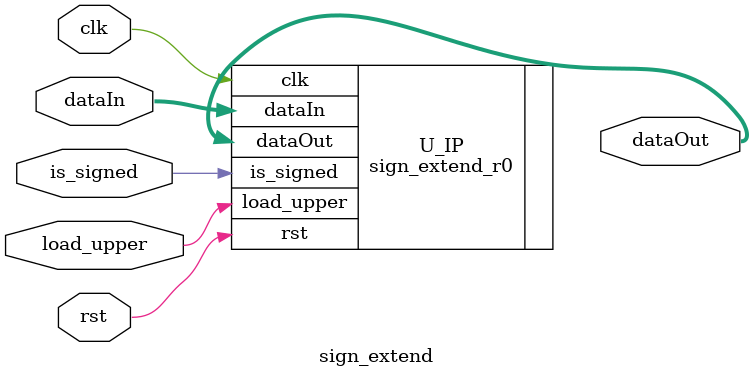
<source format=v>
/*
DESCRIPTION

NOTES

TODO

*/

module sign_extend #(
	parameter BIT_WIDTH_IN = 16,
	parameter BIT_WIDTH_OUT = 32,
	parameter DEPTH = 2,
	parameter DELAY = 0,
	parameter ARCH_SEL = 0
)(
	input clk,
	input rst,
	input is_signed,
	input load_upper,
	input [BIT_WIDTH_IN*DEPTH-1:0] dataIn,
	output [BIT_WIDTH_OUT*DEPTH-1:0] dataOut
);

/**********
 * Internal Signals
**********/
/**********
 * Glue Logic 
 **********/
/**********
 * Synchronous Logic
 **********/
/**********
 * Glue Logic 
 **********/
/**********
 * Components
 **********/
 	sign_extend_r0 #(
		.BIT_WIDTH_IN(BIT_WIDTH_IN),
		.BIT_WIDTH_OUT(BIT_WIDTH_OUT),
		.DEPTH(DEPTH),
		.DELAY(DELAY)
	)U_IP(
		.clk(clk),
		.rst(rst),
		.is_signed(is_signed),
		.load_upper(load_upper),
		.dataIn(dataIn),
		.dataOut(dataOut)
	);
 
/**********
 * Output Combinatorial Logic
 **********/
endmodule

</source>
